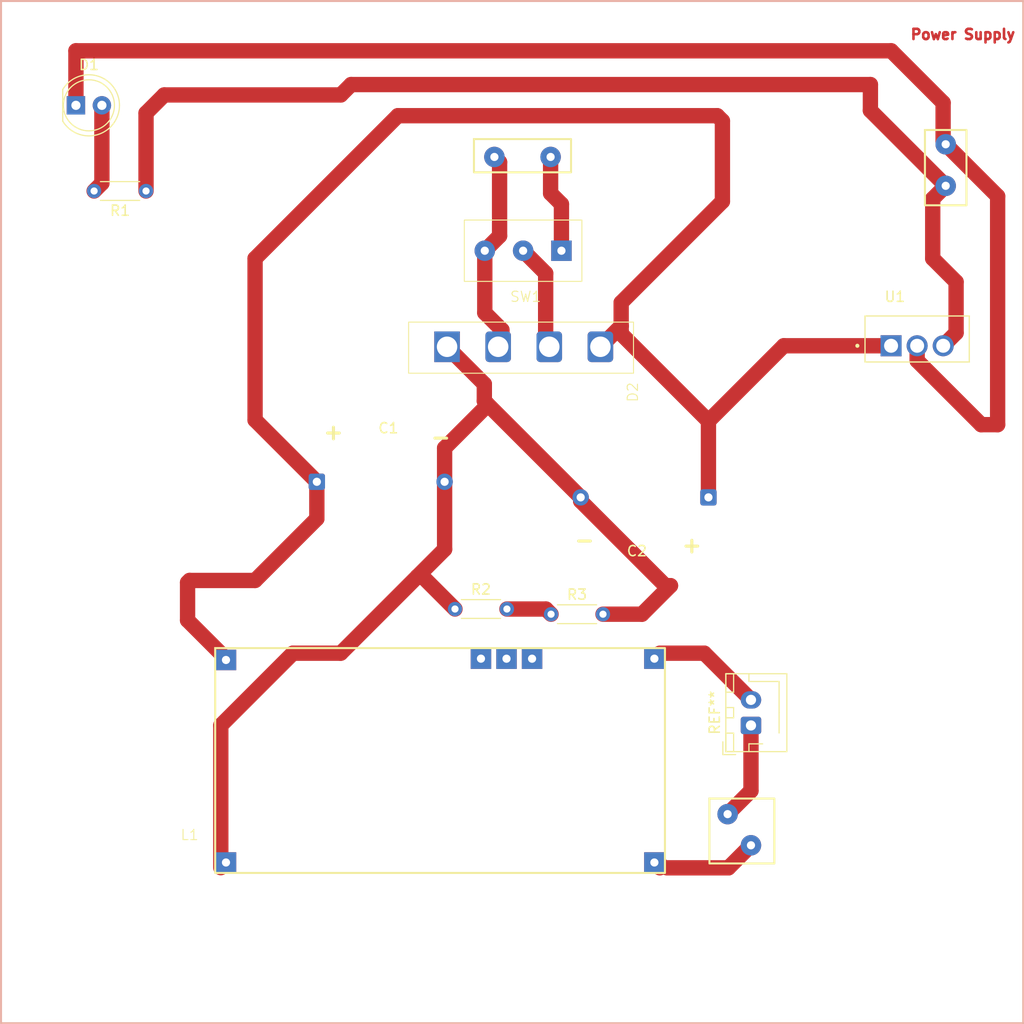
<source format=kicad_pcb>
(kicad_pcb (version 20241229) (generator "pcbnew") (generator_version "9.0")
  (layers (0 "F.Cu" signal) (2 "B.Cu" signal) (13 "F.Paste" user) (15 "B.Paste" user) (5 "F.SilkS" user "F.Silkscreen") (7 "B.SilkS" user "B.Silkscreen") (1 "F.Mask" user) (3 "B.Mask" user) (25 "Edge.Cuts" user))
  (net 0 "")
  (net 1 "Net-(D2-VCC)")
  (net 2 "Net-(D1-A)")
  (net 7 "GND")
  (net 8 "Net-(SW1-B)")
  (net 9 "unconnected-(SW1-C-Pad1)")
  (net 10 "unconnected-(SW1-A-Pad3)")
  (net 11 "Net-(U1-OUT)")
  (footprint "Library:diod" (layer "F.Cu") (at 140.829 82.677 90)
    (property "Reference" "D2" (at 0 -0.5 90) (layer "F.SilkS") (effects (font (thickness 0.1))))
    (property "Value" "GBU8005")
    (fp_rect (start 1.858 -22.43) (end 6.858 -0.43) (stroke (width 0.1)) (fill no) (layer "F.SilkS"))
    (pad "1" thru_hole rect (at 4.445 -18.669 90) (size 3 2.5) (drill 2) (layers "*.Cu" "*.Mask") (net 7 "GND"))
    (pad "2" thru_hole roundrect (at 4.445 -13.669 90) (size 3 2.5) (drill 2) (layers "*.Cu" "*.Mask") (roundrect_rratio 0.15) (net 8 "Net-(SW1-B)"))
    (pad "3" thru_hole roundrect (at 4.445 -8.669 90) (size 3 2.5) (drill 2) (layers "*.Cu" "*.Mask") (roundrect_rratio 0.15))
    (pad "4" thru_hole roundrect (at 4.445 -3.669 90) (size 3 2.5) (drill 2) (layers "*.Cu" "*.Mask") (roundrect_rratio 0.15) (net 1 "Net-(D2-VCC)"))
  )
  (footprint "Connector_JST:JST_XH_B2B-XH-AM_1x02_P2.50mm_Vertical" (layer "F.Cu") (at 151.892 115.276 90)
    (property "Reference" "REF**" (at 1.25 -3.55 90) (layer "F.SilkS"))
    (property "Value" "JST_XH_B2B-XH-AM_1x02_P2.50mm_Vertical")
    (fp_line (start -1.6 -2.75) (end -2.85 -2.75) (stroke (width 0.12)) (layer "F.SilkS"))
    (fp_line (start -2.85 -2.75) (end -2.85 -1.5) (stroke (width 0.12)) (layer "F.SilkS"))
    (fp_line (start 5.06 -2.46) (end -2.56 -2.46) (stroke (width 0.12)) (layer "F.SilkS"))
    (fp_line (start -2.56 -2.46) (end -2.56 3.51) (stroke (width 0.12)) (layer "F.SilkS"))
    (fp_line (start 5.05 -2.45) (end 3.25 -2.45) (stroke (width 0.12)) (layer "F.SilkS"))
    (fp_line (start 3.25 -2.45) (end 3.25 -1.7) (stroke (width 0.12)) (layer "F.SilkS"))
    (fp_line (start 1.75 -2.45) (end 0.75 -2.45) (stroke (width 0.12)) (layer "F.SilkS"))
    (fp_line (start 0.75 -2.45) (end 0.75 -1.7) (stroke (width 0.12)) (layer "F.SilkS"))
    (fp_line (start -0.75 -2.45) (end -2.55 -2.45) (stroke (width 0.12)) (layer "F.SilkS"))
    (fp_line (start -2.55 -2.45) (end -2.55 -1.7) (stroke (width 0.12)) (layer "F.SilkS"))
    (fp_line (start 5.05 -1.7) (end 5.05 -2.45) (stroke (width 0.12)) (layer "F.SilkS"))
    (fp_line (start 3.25 -1.7) (end 5.05 -1.7) (stroke (width 0.12)) (layer "F.SilkS"))
    (fp_line (start 1.75 -1.7) (end 1.75 -2.45) (stroke (width 0.12)) (layer "F.SilkS"))
    (fp_line (start 0.75 -1.7) (end 1.75 -1.7) (stroke (width 0.12)) (layer "F.SilkS"))
    (fp_line (start -0.75 -1.7) (end -0.75 -2.45) (stroke (width 0.12)) (layer "F.SilkS"))
    (fp_line (start -2.55 -1.7) (end -0.75 -1.7) (stroke (width 0.12)) (layer "F.SilkS"))
    (fp_line (start 5.05 -0.2) (end 4.3 -0.2) (stroke (width 0.12)) (layer "F.SilkS"))
    (fp_line (start 4.3 -0.2) (end 4.3 2.75) (stroke (width 0.12)) (layer "F.SilkS"))
    (fp_line (start -1.8 -0.2) (end -1.8 1.14) (stroke (width 0.12)) (layer "F.SilkS"))
    (fp_line (start -2.55 -0.2) (end -1.8 -0.2) (stroke (width 0.12)) (layer "F.SilkS"))
    (fp_line (start 4.3 2.75) (end 1.25 2.75) (stroke (width 0.12)) (layer "F.SilkS"))
    (fp_line (start 1.25 2.75) (end -0.74 2.75) (stroke (width 0.12)) (layer "F.SilkS"))
    (fp_line (start 5.06 3.51) (end 5.06 -2.46) (stroke (width 0.12)) (layer "F.SilkS"))
    (fp_line (start -2.56 3.51) (end 5.06 3.51) (stroke (width 0.12)) (layer "F.SilkS"))
    (pad "" np_thru_hole circle (at -1.6 2 90) (size 1.2 1.2) (drill 1.2) (layers "*.Cu" "*.Mask"))
    (pad "1" thru_hole roundrect (at 0 0 90) (size 1.7 2) (drill 1) (layers "*.Cu" "*.Mask") (roundrect_rratio 0.147059))
    (pad "2" thru_hole oval (at 2.5 0 90) (size 1.7 2) (drill 1) (layers "*.Cu" "*.Mask"))
  )
  (footprint "Resistor_THT:R_Axial_DIN0204_L3.6mm_D1.6mm_P5.08mm_Horizontal" (layer "F.Cu") (at 92.71 62.992 180)
    (property "Reference" "R1" (at 2.54 -1.92 0) (layer "F.SilkS"))
    (property "Value" "100")
    (fp_line (start 0.62 0.92) (end 4.46 0.92) (stroke (width 0.12)) (layer "F.SilkS"))
    (fp_line (start 0.62 -0.92) (end 4.46 -0.92) (stroke (width 0.12)) (layer "F.SilkS"))
    (pad "1" thru_hole circle (at 0 0 180) (size 1.4 1.4) (drill 0.7) (layers "*.Cu" "*.Mask") (net 11 "Net-(U1-OUT)"))
    (pad "2" thru_hole circle (at 5.08 0 180) (size 1.4 1.4) (drill 0.7) (layers "*.Cu" "*.Mask") (net 2 "Net-(D1-A)"))
  )
  (footprint "switch:Switch SPST" (layer "F.Cu") (at 129.85 73.834)
    (property "Reference" "SW1" (at 0 -0.5 0) (layer "F.SilkS") (effects (font (thickness 0.1))))
    (property "Value" "SW_Nidec_CAS-120A1")
    (fp_rect (start -6 -8) (end 5.5 -2) (stroke (width 0.1)) (fill no) (layer "F.SilkS"))
    (pad "1" thru_hole rect (at 3.5 -5) (size 2 2) (drill 0.8) (layers "*.Cu" "*.Mask") (net 9 "unconnected-(SW1-C-Pad1)"))
    (pad "2" thru_hole circle (at -0.25 -5) (size 2 2) (drill 0.8) (layers "*.Cu" "*.Mask") (net 8 "Net-(SW1-B)"))
    (pad "3" thru_hole circle (at -4 -5) (size 2 2) (drill 0.8) (layers "*.Cu" "*.Mask") (net 10 "unconnected-(SW1-A-Pad3)"))
  )
  (footprint "Resistor_THT:R_Axial_DIN0204_L3.6mm_D1.6mm_P5.08mm_Horizontal" (layer "F.Cu") (at 132.334 104.394)
    (property "Reference" "R3" (at 2.54 -1.92 0) (layer "F.SilkS"))
    (property "Value" "2K")
    (fp_line (start 0.62 -0.92) (end 4.46 -0.92) (stroke (width 0.12)) (layer "F.SilkS"))
    (fp_line (start 0.62 0.92) (end 4.46 0.92) (stroke (width 0.12)) (layer "F.SilkS"))
    (pad "1" thru_hole circle (at 0 0) (size 1.4 1.4) (drill 0.7) (layers "*.Cu" "*.Mask") (net 7 "GND"))
    (pad "2" thru_hole circle (at 5.08 0) (size 1.4 1.4) (drill 0.7) (layers "*.Cu" "*.Mask") (net 7 "GND"))
  )
  (footprint "cap50v:Cap-50v-4600" (layer "F.Cu") (at 141.732 92.964 180)
    (property "Reference" "C2" (at 1 -5.25 0) (layer "F.SilkS"))
    (property "Value" "50V-4600µF")
    (fp_text user "-" (at 5 -3.5 180) (layer "F.SilkS") (effects (font (size 1.5 1.5) (thickness 0.3) (bold yes)) (justify left bottom)))
    (fp_text user "+" (at -5.5 -4 180) (layer "F.SilkS") (effects (font (size 1.5 1.5) (thickness 0.3) (bold yes)) (justify left bottom)))
    (pad "1" thru_hole roundrect (at -6 0 180) (size 1.6 1.6) (drill 0.8) (layers "*.Cu" "*.Mask") (roundrect_rratio 0.15625) (net 1 "Net-(D2-VCC)"))
    (pad "2" thru_hole circle (at 6.5 0 180) (size 1.6 1.6) (drill 0.8) (layers "*.Cu" "*.Mask") (net 7 "GND"))
  )
  (footprint "cap50v:Cap-50v-4600" (layer "F.Cu") (at 115.42 91.44)
    (property "Reference" "C1" (at 1 -5.25 0) (layer "F.SilkS"))
    (property "Value" "50v-4600µF")
    (fp_text user "-" (at 5 -3.5 0) (layer "F.SilkS") (effects (font (size 1.5 1.5) (thickness 0.3) (bold yes)) (justify left bottom)))
    (fp_text user "+" (at -5.5 -4 0) (layer "F.SilkS") (effects (font (size 1.5 1.5) (thickness 0.3) (bold yes)) (justify left bottom)))
    (pad "1" thru_hole roundrect (at -6 0) (size 1.6 1.6) (drill 0.8) (layers "*.Cu" "*.Mask") (roundrect_rratio 0.15625) (net 1 "Net-(D2-VCC)"))
    (pad "2" thru_hole circle (at 6.5 0) (size 1.6 1.6) (drill 0.8) (layers "*.Cu" "*.Mask") (net 7 "GND"))
  )
  (footprint "Library:lm2596" (layer "F.Cu") (at 96.976 130.206926)
    (property "Reference" "L1" (at 0 -4.22 0) (layer "F.SilkS") (effects (font (thickness 0.1))))
    (property "Value" "LM2596 Moudule" (hide yes))
    (fp_rect (start 2.5 -22.5) (end 46.5 -0.5) (stroke (width 0.2)) (fill no) (layer "F.SilkS"))
    (pad "1" thru_hole rect (at 3.556 -21.336) (size 2 2) (drill 0.8) (layers "*.Cu" "*.Mask") (net 1 "Net-(D2-VCC)"))
    (pad "2" thru_hole rect (at 3.556 -1.524) (size 2 2) (drill 0.8) (layers "*.Cu" "*.Mask") (net 7 "GND"))
    (pad "3" thru_hole rect (at 28.5 -21.463) (size 2 2) (drill 0.8) (layers "*.Cu" "*.Mask"))
    (pad "4" thru_hole rect (at 33.5 -21.460074) (size 2 2) (drill 0.8) (layers "*.Cu" "*.Mask"))
    (pad "5" thru_hole rect (at 31 -21.460074) (size 2 2) (drill 0.8) (layers "*.Cu" "*.Mask"))
    (pad "6" thru_hole rect (at 45.466 -21.463) (size 2 2) (drill 0.8) (layers "*.Cu" "*.Mask"))
    (pad "7" thru_hole rect (at 45.466 -1.524) (size 2 2) (drill 0.8) (layers "*.Cu" "*.Mask"))
  )
  (footprint "Resistor_THT:R_Axial_DIN0204_L3.6mm_D1.6mm_P5.08mm_Horizontal" (layer "F.Cu") (at 122.936 103.886)
    (property "Reference" "R2" (at 2.54 -1.92 0) (layer "F.SilkS"))
    (property "Value" "2K")
    (fp_line (start 0.62 -0.92) (end 4.46 -0.92) (stroke (width 0.12)) (layer "F.SilkS"))
    (fp_line (start 0.62 0.92) (end 4.46 0.92) (stroke (width 0.12)) (layer "F.SilkS"))
    (pad "1" thru_hole circle (at 0 0) (size 1.4 1.4) (drill 0.7) (layers "*.Cu" "*.Mask") (net 7 "GND"))
    (pad "2" thru_hole circle (at 5.08 0) (size 1.4 1.4) (drill 0.7) (layers "*.Cu" "*.Mask") (net 7 "GND"))
  )
  (footprint "L7805:TO255P1020X450X2000-3" (layer "F.Cu") (at 168.148 77.47)
    (property "Reference" "U1" (at -2.175 -4.135 0) (layer "F.SilkS"))
    (property "Value" "L7805")
    (fp_line (start -5.1 -2.25) (end 5.1 -2.25) (stroke (width 0.127)) (layer "F.SilkS"))
    (fp_line (start -5.1 2.25) (end -5.1 -2.25) (stroke (width 0.127)) (layer "F.SilkS"))
    (fp_line (start 5.1 -2.25) (end 5.1 2.25) (stroke (width 0.127)) (layer "F.SilkS"))
    (fp_line (start 5.1 2.25) (end -5.1 2.25) (stroke (width 0.127)) (layer "F.SilkS"))
    (fp_circle (center -5.85 0.6625) (end -5.75 0.6625) (stroke (width 0.2)) (fill no) (layer "F.SilkS"))
    (pad "1" thru_hole rect (at -2.55 0.6625) (size 2.055 2.055) (drill 1.37) (layers "*.Cu" "*.Mask") (net 1 "Net-(D2-VCC)"))
    (pad "2" thru_hole circle (at 0 0.6625) (size 2.055 2.055) (drill 1.37) (layers "*.Cu" "*.Mask") (net 7 "GND"))
    (pad "3" thru_hole circle (at 2.55 0.6625) (size 2.055 2.055) (drill 1.37) (layers "*.Cu" "*.Mask") (net 11 "Net-(U1-OUT)"))
  )
  (footprint "LED_THT:LED_D5.0mm" (layer "F.Cu") (at 85.852 54.61)
    (property "Reference" "D1" (at 1.27 -3.96 0) (layer "F.SilkS"))
    (property "Value" "LED")
    (fp_line (start -1.29 -1.545) (end -1.29 1.545) (stroke (width 0.12)) (layer "F.SilkS"))
    (fp_arc (start -1.29 -1.54483) (mid 2.071779 -2.880495) (end 4.26 0) (stroke (width 0.12)) (layer "F.SilkS"))
    (fp_arc (start 4.26 0) (mid 2.071779 2.880495) (end -1.29 1.54483) (stroke (width 0.12)) (layer "F.SilkS"))
    (fp_circle (center 1.27 0) (end 3.77 0) (stroke (width 0.12)) (fill no) (layer "F.SilkS"))
    (pad "1" thru_hole rect (at 0 0) (size 1.8 1.8) (drill 0.9) (layers "*.Cu" "*.Mask") (net 7 "GND"))
    (pad "2" thru_hole circle (at 2.54 0) (size 1.8 1.8) (drill 0.9) (layers "*.Cu" "*.Mask") (net 2 "Net-(D1-A)"))
  )
  (gr_rect (start 124.79 57.912) (end 134.29 61.162) (stroke (width 0.2)) (fill no) (layer "F.SilkS"))
  (gr_rect (start 168.91 57.023) (end 172.974 64.389) (stroke (width 0.2)) (fill no) (layer "F.SilkS"))
  (gr_rect (start 147.828 122.428) (end 154.178 128.778) (stroke (width 0.2)) (fill no) (layer "F.SilkS"))
  (gr_rect (start 78.524 44.406) (end 178.524 144.406) (stroke (width 0.2)) (fill no) (layer "B.SilkS"))
  (gr_text "Power Supply" (at 167.386 48.26 0) (layer "F.Cu") (effects (font (size 1 1) (thickness 0.25) (bold yes)) (justify left bottom)))
  (segment (start 151.892 127) (end 149.685074 129.206926) (width 1.5) (layer "F.Cu") (net 0))
  (segment (start 142.976 129.206926) (end 142.976 128.804) (width 1.5) (layer "F.Cu") (net 0))
  (segment (start 149.606 123.952) (end 151.892 121.666) (width 1.5) (layer "F.Cu") (net 0))
  (segment (start 151.892 121.666) (end 151.892 115.276) (width 1.5) (layer "F.Cu") (net 0))
  (segment (start 142.976 108.206926) (end 147.322926 108.206926) (width 1.5) (layer "F.Cu") (net 0))
  (segment (start 147.322926 108.206926) (end 151.892 112.776) (width 1.5) (layer "F.Cu") (net 0))
  (segment (start 149.685074 129.206926) (end 143.677 129.206926) (width 1.5) (layer "F.Cu") (net 0))
  (via (at 151.892 127) (size 2) (drill 0.8) (layers "F.Cu" "B.Cu") (net 0))
  (via (at 149.606 123.952) (size 2) (drill 0.8) (layers "F.Cu" "B.Cu") (net 0))
  (segment (start 139.192 76.708) (end 139.192 76.962) (width 1.5) (layer "F.Cu") (net 1))
  (segment (start 139.192 76.2) (end 139.192 76.708) (width 1.5) (layer "F.Cu") (net 1))
  (segment (start 139.192 73.914) (end 149.098 64.008) (width 1.5) (layer "F.Cu") (net 1))
  (segment (start 149.098 64.008) (end 149.098 56.134) (width 1.5) (layer "F.Cu") (net 1))
  (segment (start 147.732 85.502) (end 147.732 92.964) (width 1.5) (layer "F.Cu") (net 1))
  (segment (start 165.598 78.1325) (end 155.1015 78.1325) (width 1.5) (layer "F.Cu") (net 1))
  (segment (start 96.976 101.092) (end 96.774 101.294) (width 1.5) (layer "F.Cu") (net 1))
  (segment (start 103.378 101.092) (end 96.976 101.092) (width 1.5) (layer "F.Cu") (net 1))
  (segment (start 117.348 55.626) (end 103.378 69.596) (width 1.5) (layer "F.Cu") (net 1))
  (segment (start 96.774 101.294) (end 96.774 104.985926) (width 1.5) (layer "F.Cu") (net 1))
  (segment (start 103.378 69.596) (end 103.378 85.398) (width 1.5) (layer "F.Cu") (net 1))
  (segment (start 149.098 56.134) (end 148.59 55.626) (width 1.5) (layer "F.Cu") (net 1))
  (segment (start 139.192 76.2) (end 139.192 73.914) (width 1.5) (layer "F.Cu") (net 1))
  (segment (start 109.42 91.44) (end 109.42 95.05) (width 1.5) (layer "F.Cu") (net 1))
  (segment (start 103.378 85.398) (end 109.42 91.44) (width 1.5) (layer "F.Cu") (net 1))
  (segment (start 139.192 76.962) (end 147.732 85.502) (width 1.5) (layer "F.Cu") (net 1))
  (segment (start 109.42 95.05) (end 103.378 101.092) (width 1.5) (layer "F.Cu") (net 1))
  (segment (start 155.1015 78.1325) (end 147.732 85.502) (width 1.5) (layer "F.Cu") (net 1))
  (segment (start 137.16 78.232) (end 139.192 76.2) (width 1.5) (layer "F.Cu") (net 1))
  (segment (start 96.774 104.985926) (end 100.024 108.235926) (width 1.5) (layer "F.Cu") (net 1))
  (segment (start 148.59 55.626) (end 117.348 55.626) (width 1.5) (layer "F.Cu") (net 1))
  (segment (start 87.63 62.992) (end 88.392 62.23) (width 1.5) (layer "F.Cu") (net 2))
  (segment (start 88.392 62.23) (end 88.392 54.61) (width 1.5) (layer "F.Cu") (net 2))
  (segment (start 143.51 101.6) (end 144.018 101.6) (width 1.5) (layer "F.Cu") (net 7))
  (segment (start 170.688 54.356) (end 165.608 49.276) (width 1.5) (layer "F.Cu") (net 7))
  (segment (start 170.942 58.42) (end 170.688 58.166) (width 1.5) (layer "F.Cu") (net 7))
  (segment (start 168.148 79.585604) (end 174.414396 85.852) (width 1.5) (layer "F.Cu") (net 7))
  (segment (start 126.036 84.022) (end 121.92 88.138) (width 1.5) (layer "F.Cu") (net 7))
  (segment (start 119.761 100.711) (end 119.253 100.711) (width 1.5) (layer "F.Cu") (net 7))
  (segment (start 135.232 92.964) (end 135.232 93.322) (width 1.5) (layer "F.Cu") (net 7))
  (segment (start 170.688 58.166) (end 170.688 54.356) (width 1.5) (layer "F.Cu") (net 7))
  (segment (start 100.024 115.270926) (end 100.024 129.190926) (width 1.5) (layer "F.Cu") (net 7))
  (segment (start 131.826 103.886) (end 132.334 104.394) (width 1.5) (layer "F.Cu") (net 7))
  (segment (start 135.232 93.322) (end 143.51 101.6) (width 1.5) (layer "F.Cu") (net 7))
  (segment (start 122.16 78.232) (end 125.806 81.878) (width 1.5) (layer "F.Cu") (net 7))
  (segment (start 141.224 104.394) (end 144.018 101.6) (width 1.5) (layer "F.Cu") (net 7))
  (segment (start 107.088 108.206926) (end 100.024 115.270926) (width 1.5) (layer "F.Cu") (net 7))
  (segment (start 174.414396 85.852) (end 176.022 85.852) (width 1.5) (layer "F.Cu") (net 7))
  (segment (start 176.022 63.5) (end 176.022 85.852) (width 1.5) (layer "F.Cu") (net 7))
  (segment (start 170.942 58.42) (end 176.022 63.5) (width 1.5) (layer "F.Cu") (net 7))
  (segment (start 137.414 104.394) (end 141.224 104.394) (width 1.5) (layer "F.Cu") (net 7))
  (segment (start 168.148 78.1325) (end 168.148 79.585604) (width 1.5) (layer "F.Cu") (net 7))
  (segment (start 126.036 83.768) (end 135.232 92.964) (width 1.5) (layer "F.Cu") (net 7))
  (segment (start 121.92 98.044) (end 119.253 100.711) (width 1.5) (layer "F.Cu") (net 7))
  (segment (start 128.016 103.886) (end 131.826 103.886) (width 1.5) (layer "F.Cu") (net 7))
  (segment (start 119.253 100.711) (end 111.757074 108.206926) (width 1.5) (layer "F.Cu") (net 7))
  (segment (start 85.852 49.276) (end 85.852 54.61) (width 1.5) (layer "F.Cu") (net 7))
  (segment (start 126.036 83.768) (end 126.036 84.022) (width 1.5) (layer "F.Cu") (net 7))
  (segment (start 121.92 91.44) (end 121.92 98.044) (width 1.5) (layer "F.Cu") (net 7))
  (segment (start 125.806 81.878) (end 125.806 83.538) (width 1.5) (layer "F.Cu") (net 7))
  (segment (start 165.608 49.276) (end 85.852 49.276) (width 1.5) (layer "F.Cu") (net 7))
  (segment (start 125.806 83.538) (end 126.036 83.768) (width 1.5) (layer "F.Cu") (net 7))
  (segment (start 121.92 88.138) (end 121.92 91.44) (width 1.5) (layer "F.Cu") (net 7))
  (segment (start 111.757074 108.206926) (end 107.088 108.206926) (width 1.5) (layer "F.Cu") (net 7))
  (segment (start 122.936 103.886) (end 119.761 100.711) (width 1.5) (layer "F.Cu") (net 7))
  (via (at 170.942 58.42) (size 2) (drill 0.8) (layers "F.Cu" "B.Cu") (net 7))
  (segment (start 131.806 71.04) (end 129.6 68.834) (width 1.5) (layer "F.Cu") (net 8))
  (segment (start 132.16 78.232) (end 131.806 77.878) (width 1.5) (layer "F.Cu") (net 8))
  (segment (start 131.806 77.878) (end 131.806 71.04) (width 1.5) (layer "F.Cu") (net 8))
  (segment (start 133.35 64.278) (end 132.29 63.218) (width 1.5) (layer "F.Cu") (net 9))
  (segment (start 132.29 63.218) (end 132.29 59.662) (width 1.5) (layer "F.Cu") (net 9))
  (segment (start 133.35 68.834) (end 133.35 64.278) (width 1.5) (layer "F.Cu") (net 9))
  (via (at 132.29 59.662) (size 2) (drill 0.8) (layers "F.Cu" "B.Cu") (net 9))
  (segment (start 127.298 60.17) (end 127.298 67.386) (width 1.5) (layer "F.Cu") (net 10))
  (segment (start 127.16 78.232) (end 127.528462 77.863538) (width 1.5) (layer "F.Cu") (net 10))
  (segment (start 126.79 59.662) (end 127.298 60.17) (width 1.5) (layer "F.Cu") (net 10))
  (segment (start 125.85 74.907538) (end 125.85 68.834) (width 1.5) (layer "F.Cu") (net 10))
  (segment (start 127.298 67.386) (end 125.85 68.834) (width 1.5) (layer "F.Cu") (net 10))
  (segment (start 127.528462 77.863538) (end 127.528462 76.586) (width 1.5) (layer "F.Cu") (net 10))
  (segment (start 127.528462 76.586) (end 125.85 74.907538) (width 1.5) (layer "F.Cu") (net 10))
  (via (at 126.79 59.662) (size 2) (drill 0.8) (layers "F.Cu" "B.Cu") (net 10))
  (segment (start 163.576 52.578) (end 112.776 52.578) (width 1.5) (layer "F.Cu") (net 11))
  (segment (start 111.76 53.594) (end 94.488 53.594) (width 1.5) (layer "F.Cu") (net 11))
  (segment (start 169.672 63.754) (end 169.672 69.596) (width 1.5) (layer "F.Cu") (net 11))
  (segment (start 163.576 55.118) (end 170.942 62.484) (width 1.5) (layer "F.Cu") (net 11))
  (segment (start 163.576 52.578) (end 163.576 55.118) (width 1.5) (layer "F.Cu") (net 11))
  (segment (start 94.488 53.594) (end 92.71 55.372) (width 1.5) (layer "F.Cu") (net 11))
  (segment (start 171.958 71.882) (end 171.958 76.8725) (width 1.5) (layer "F.Cu") (net 11))
  (segment (start 171.958 76.8725) (end 170.698 78.1325) (width 1.5) (layer "F.Cu") (net 11))
  (segment (start 92.71 55.372) (end 92.71 62.992) (width 1.5) (layer "F.Cu") (net 11))
  (segment (start 169.672 69.596) (end 171.958 71.882) (width 1.5) (layer "F.Cu") (net 11))
  (segment (start 112.776 52.578) (end 111.76 53.594) (width 1.5) (layer "F.Cu") (net 11))
  (segment (start 170.942 62.484) (end 169.672 63.754) (width 1.5) (layer "F.Cu") (net 11))
  (via (at 170.942 62.484) (size 2) (drill 0.8) (layers "F.Cu" "B.Cu") (net 11))
)
</source>
